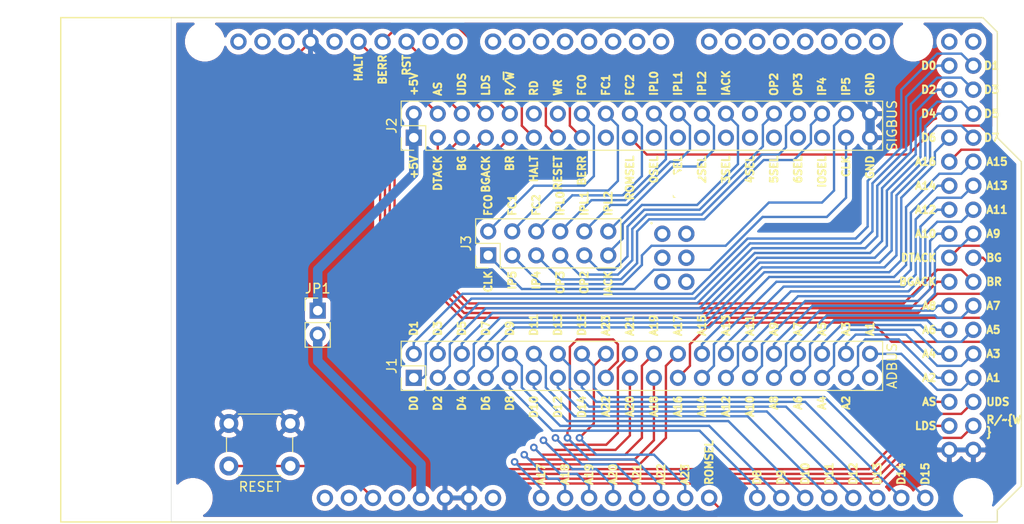
<source format=kicad_pcb>
(kicad_pcb (version 20211014) (generator pcbnew)
  (title_block (title "68k-SBC Supervisor Shield") (rev "2"))
  (layers (0 "F.Cu" signal) (31 "B.Cu" signal) (34 "B.Paste" user) (35 "F.Paste" user) (36 "B.SilkS" user "B.Silkscreen") (37 "F.SilkS" user "F.Silkscreen") (38 "B.Mask" user) (39 "F.Mask" user) (44 "Edge.Cuts" user))
  (net 0 "")
  (net 1 "/A12")
  (net 2 "Net-(J1-Pad39)")
  (net 3 "/A13")
  (net 4 "/A1")
  (net 5 "/A14")
  (net 6 "/A2")
  (net 7 "/A15")
  (net 8 "/A3")
  (net 9 "/A16")
  (net 10 "/A4")
  (net 11 "/A17")
  (net 12 "/A5")
  (net 13 "/A18")
  (net 14 "/A6")
  (net 15 "/A19")
  (net 16 "/A7")
  (net 17 "/A20")
  (net 18 "/A8")
  (net 19 "/A21")
  (net 20 "/A9")
  (net 21 "/A22")
  (net 22 "/A10")
  (net 23 "/A23")
  (net 24 "/A11")
  (net 25 "/D15")
  (net 26 "/D7")
  (net 27 "/D14")
  (net 28 "/D6")
  (net 29 "/D13")
  (net 30 "/D5")
  (net 31 "/D12")
  (net 32 "/D4")
  (net 33 "/D11")
  (net 34 "/D3")
  (net 35 "/D10")
  (net 36 "/D2")
  (net 37 "/D9")
  (net 38 "/D1")
  (net 39 "/D8")
  (net 40 "/D0")
  (net 41 "GND")
  (net 42 "CLK")
  (net 43 "IOSEL")
  (net 44 "OP3")
  (net 45 "6SEL")
  (net 46 "OP2")
  (net 47 "5SEL")
  (net 48 "4SEL")
  (net 49 "3SEL")
  (net 50 "IPL2")
  (net 51 "2SEL")
  (net 52 "IPL1")
  (net 53 "RAMSEL")
  (net 54 "IPL0")
  (net 55 "0SEL")
  (net 56 "FC2")
  (net 57 "ROMSEL")
  (net 58 "FC1")
  (net 59 "Net-(J2-Pad17)")
  (net 60 "FC0")
  (net 61 "BERR")
  (net 62 "WR")
  (net 63 "RESET")
  (net 64 "RD")
  (net 65 "HALT")
  (net 66 "R~{W}")
  (net 67 "BR")
  (net 68 "LDS")
  (net 69 "BGACK")
  (net 70 "UDS")
  (net 71 "BG")
  (net 72 "AS")
  (net 73 "DTACK")
  (net 74 "+5V")
  (net 75 "Net-(XA1-PadMISO)")
  (net 76 "Net-(XA1-Pad5V4)")
  (net 77 "Net-(XA1-Pad5V3)")
  (net 78 "Net-(XA1-PadD13)")
  (net 79 "Net-(XA1-PadAREF)")
  (net 80 "Net-(XA1-PadSDA)")
  (net 81 "Net-(XA1-PadSCL)")
  (net 82 "Net-(XA1-PadD9)")
  (net 83 "Net-(XA1-PadD8)")
  (net 84 "Net-(XA1-PadD7)")
  (net 85 "Net-(XA1-PadD5)")
  (net 86 "Net-(XA1-PadD4)")
  (net 87 "Net-(XA1-PadD3)")
  (net 88 "Net-(XA1-PadD2)")
  (net 89 "Net-(XA1-PadD1)")
  (net 90 "Net-(XA1-PadD0)")
  (net 91 "Net-(XA1-PadD14)")
  (net 92 "Net-(XA1-PadD15)")
  (net 93 "Net-(XA1-PadD16)")
  (net 94 "Net-(XA1-PadD17)")
  (net 95 "Net-(XA1-PadD18)")
  (net 96 "Net-(XA1-PadD19)")
  (net 97 "Net-(XA1-PadD20)")
  (net 98 "Net-(XA1-PadD21)")
  (net 99 "Net-(XA1-PadIORF)")
  (net 100 "Net-(XA1-Pad3V3)")
  (net 101 "Net-(XA1-PadVIN)")
  (net 102 "Net-(XA1-Pad5V2)")
  (net 103 "Net-(XA1-PadSCK)")
  (net 104 "Net-(XA1-PadMOSI)")
  (net 105 "Net-(XA1-PadGND4)")
  (net 106 "Net-(XA1-PadRST2)")
  (net 107 "Net-(J2-Pad1)")
  (net 108 "Net-(XA1-PadD6)")
  (net 109 "Net-(J2-Pad30)")
  (net 110 "IACK")
  (net 111 "Net-(SW1-Pad2)")
  (net 112 "IP5")
  (net 113 "IP4")
  (footprint "Connector_PinHeader_2.54mm:PinHeader_2x20_P2.54mm_Vertical" (layer "F.Cu") (at 100.838 96.52 90)
    (fp_text reference "J1")
    (fp_text value "ADBUS")
  )
  (footprint "Connector_PinHeader_2.54mm:PinHeader_2x20_P2.54mm_Vertical" (layer "F.Cu") (at 100.838 71.12 90)
    (fp_text reference "J2")
    (fp_text value "SIGBUS")
  )
  (footprint "ArduinoShields:Arduino_Mega2560_Shield" (layer "F.Cu") (at 63.5 111.76)
    (fp_text reference "XA1")
    (fp_text value "Arduino_Mega2560_Shield")
  )
  (footprint "Connector_PinHeader_2.54mm:PinHeader_1x02_P2.54mm_Vertical" (layer "F.Cu") (at 90.678 89.408)
    (fp_text reference "JP1")
    (fp_text value "Jumper")
  )
  (footprint "Button_Switch_THT:SW_PUSH_6mm" (layer "F.Cu") (at 81.28 101.346)
    (fp_text reference "SW1")
    (fp_text value "RESET")
  )
  (footprint "Connector_PinHeader_2.54mm:PinHeader_2x06_P2.54mm_Vertical" (layer "F.Cu") (at 108.712 83.566 90)
    (fp_text reference "J3")
    (fp_text value "UNMAPPED")
  )
  (gr_line (start 75.184 58.42) (end 161.036 58.42) (layer "Edge.Cuts") (width 0.05))
  (gr_line (start 165.1 107.95) (end 162.56 110.49) (layer "Edge.Cuts") (width 0.05))
  (gr_line (start 162.56 71.12) (end 165.1 73.66) (layer "Edge.Cuts") (width 0.05))
  (gr_line (start 162.56 110.49) (end 162.56 111.76) (layer "Edge.Cuts") (width 0.05))
  (gr_line (start 161.036 58.42) (end 162.56 59.944) (layer "Edge.Cuts") (width 0.05))
  (gr_line (start 165.1 73.66) (end 165.1 107.95) (layer "Edge.Cuts") (width 0.05))
  (gr_line (start 162.56 111.76) (end 75.184 111.76) (layer "Edge.Cuts") (width 0.05))
  (gr_line (start 162.56 59.944) (end 162.56 71.12) (layer "Edge.Cuts") (width 0.05))
  (gr_line (start 75.184 111.76) (end 75.184 58.42) (layer "Edge.Cuts") (width 0.05))
  (gr_text "UDS\n" (at 105.918 66.802 90) (layer "F.SilkS") (effects (font (size 0.8 0.8) (thickness 0.2)) (justify left)))
  (gr_text "LDS" (at 108.458 66.802 90) (layer "F.SilkS") (effects (font (size 0.8 0.8) (thickness 0.2)) (justify left)))
  (gr_text "R/~{W}" (at 110.998 66.802 90) (layer "F.SilkS") (effects (font (size 0.8 0.8) (thickness 0.2)) (justify left)))
  (gr_text "RD" (at 113.538 66.802 90) (layer "F.SilkS") (effects (font (size 0.8 0.8) (thickness 0.2)) (justify left)))
  (gr_text "+5V" (at 100.838 66.802 90) (layer "F.SilkS") (effects (font (size 0.8 0.8) (thickness 0.2)) (justify left)))
  (gr_text "+5V" (at 100.838 72.898 90) (layer "F.SilkS") (effects (font (size 0.8 0.8) (thickness 0.2)) (justify right)))
  (gr_text "DTACK\n" (at 103.378 72.898 90) (layer "F.SilkS") (effects (font (size 0.8 0.8) (thickness 0.2)) (justify right)))
  (gr_text "BG" (at 105.918 72.898 90) (layer "F.SilkS") (effects (font (size 0.8 0.8) (thickness 0.2)) (justify right)))
  (gr_text "BGACK" (at 108.458 72.898 90) (layer "F.SilkS") (effects (font (size 0.8 0.8) (thickness 0.2)) (justify right)))
  (gr_text "BR" (at 110.998 72.898 90) (layer "F.SilkS") (effects (font (size 0.8 0.8) (thickness 0.2)) (justify right)))
  (gr_text "HALT" (at 113.538 72.898 90) (layer "F.SilkS") (effects (font (size 0.8 0.8) (thickness 0.2)) (justify right)))
  (gr_text "RESET" (at 116.078 72.898 90) (layer "F.SilkS") (effects (font (size 0.8 0.8) (thickness 0.2)) (justify right)))
  (gr_text "BERR" (at 118.618 72.898 90) (layer "F.SilkS") (effects (font (size 0.8 0.8) (thickness 0.2)) (justify right)))
  (gr_text "ROMSEL" (at 123.698 72.898 90) (layer "F.SilkS") (effects (font (size 0.8 0.8) (thickness 0.2)) (justify right)))
  (gr_text "0SEL" (at 126.238 72.898 90) (layer "F.SilkS") (effects (font (size 0.8 0.8) (thickness 0.2)) (justify right)))
  (gr_text "RAMSEL" (at 128.778 72.898 90) (layer "F.SilkS") (effects (font (size 0.8 0.8) (thickness 0.2)) (justify right)))
  (gr_text "2SEL" (at 131.318 72.898 90) (layer "F.SilkS") (effects (font (size 0.8 0.8) (thickness 0.2)) (justify right)))
  (gr_text "3SEL" (at 133.858 72.898 90) (layer "F.SilkS") (effects (font (size 0.8 0.8) (thickness 0.2)) (justify right)))
  (gr_text "4SEL" (at 136.398 72.898 90) (layer "F.SilkS") (effects (font (size 0.8 0.8) (thickness 0.2)) (justify right)))
  (gr_text "5SEL" (at 138.938 72.898 90) (layer "F.SilkS") (effects (font (size 0.8 0.8) (thickness 0.2)) (justify right)))
  (gr_text "6SEL" (at 141.478 72.898 90) (layer "F.SilkS") (effects (font (size 0.8 0.8) (thickness 0.2)) (justify right)))
  (gr_text "IOSEL" (at 144.018 72.898 90) (layer "F.SilkS") (effects (font (size 0.8 0.8) (thickness 0.2)) (justify right)))
  (gr_text "CLK" (at 146.558 72.898 90) (layer "F.SilkS") (effects (font (size 0.8 0.8) (thickness 0.2)) (justify right)))
  (gr_text "GND" (at 149.098 72.898 90) (layer "F.SilkS") (effects (font (size 0.8 0.8) (thickness 0.2)) (justify right)))
  (gr_text "WR" (at 116.078 66.802 90) (layer "F.SilkS") (effects (font (size 0.8 0.8) (thickness 0.2)) (justify left)))
  (gr_text "FC0" (at 118.618 66.802 90) (layer "F.SilkS") (effects (font (size 0.8 0.8) (thickness 0.2)) (justify left)))
  (gr_text "FC1" (at 121.158 66.802 90) (layer "F.SilkS") (effects (font (size 0.8 0.8) (thickness 0.2)) (justify left)))
  (gr_text "FC2" (at 123.698 66.802 90) (layer "F.SilkS") (effects (font (size 0.8 0.8) (thickness 0.2)) (justify left)))
  (gr_text "IPL0" (at 126.238 66.802 90) (layer "F.SilkS") (effects (font (size 0.8 0.8) (thickness 0.2)) (justify left)))
  (gr_text "IPL1" (at 128.778 66.802 90) (layer "F.SilkS") (effects (font (size 0.8 0.8) (thickness 0.2)) (justify left)))
  (gr_text "IPL2" (at 131.318 66.802 90) (layer "F.SilkS") (effects (font (size 0.8 0.8) (thickness 0.2)) (justify left)))
  (gr_text "IACK" (at 133.858 66.802 90) (layer "F.SilkS") (effects (font (size 0.8 0.8) (thickness 0.2)) (justify left)))
  (gr_text "OP2" (at 138.938 66.802 90) (layer "F.SilkS") (effects (font (size 0.8 0.8) (thickness 0.2)) (justify left)))
  (gr_text "OP3" (at 141.478 66.802 90) (layer "F.SilkS") (effects (font (size 0.8 0.8) (thickness 0.2)) (justify left)))
  (gr_text "IP4" (at 144.018 66.802 90) (layer "F.SilkS") (effects (font (size 0.8 0.8) (thickness 0.2)) (justify left)))
  (gr_text "IP5" (at 146.558 66.802 90) (layer "F.SilkS") (effects (font (size 0.8 0.8) (thickness 0.2)) (justify left)))
  (gr_text "GND" (at 149.098 66.802 90) (layer "F.SilkS") (effects (font (size 0.8 0.8) (thickness 0.2)) (justify left)))
  (gr_text "D1" (at 100.838 92.202 90) (layer "F.SilkS") (effects (font (size 0.8 0.8) (thickness 0.2)) (justify left)))
  (gr_text "D0" (at 100.838 98.298 90) (layer "F.SilkS") (effects (font (size 0.8 0.8) (thickness 0.2)) (justify right)))
  (gr_text "D2" (at 103.378 98.298 90) (layer "F.SilkS") (effects (font (size 0.8 0.8) (thickness 0.2)) (justify right)))
  (gr_text "D3" (at 103.378 92.202 90) (layer "F.SilkS") (effects (font (size 0.8 0.8) (thickness 0.2)) (justify left)))
  (gr_text "D4" (at 105.918 98.298 90) (layer "F.SilkS") (effects (font (size 0.8 0.8) (thickness 0.2)) (justify right)))
  (gr_text "D5" (at 105.918 92.202 90) (layer "F.SilkS") (effects (font (size 0.8 0.8) (thickness 0.2)) (justify left)))
  (gr_text "D6" (at 108.458 98.298 90) (layer "F.SilkS") (effects (font (size 0.8 0.8) (thickness 0.2)) (justify right)))
  (gr_text "D7" (at 108.458 92.202 90) (layer "F.SilkS") (effects (font (size 0.8 0.8) (thickness 0.2)) (justify left)))
  (gr_text "D9" (at 110.998 92.202 90) (layer "F.SilkS") (effects (font (size 0.8 0.8) (thickness 0.2)) (justify left)))
  (gr_text "D8" (at 110.998 98.298 90) (layer "F.SilkS") (effects (font (size 0.8 0.8) (thickness 0.2)) (justify right)))
  (gr_text "D10" (at 113.538 98.298 90) (layer "F.SilkS") (effects (font (size 0.8 0.8) (thickness 0.2)) (justify right)))
  (gr_text "D11" (at 113.538 92.202 90) (layer "F.SilkS") (effects (font (size 0.8 0.8) (thickness 0.2)) (justify left)))
  (gr_text "D13" (at 116.078 92.202 90) (layer "F.SilkS") (effects (font (size 0.8 0.8) (thickness 0.2)) (justify left)))
  (gr_text "D12" (at 116.078 98.298 90) (layer "F.SilkS") (effects (font (size 0.8 0.8) (thickness 0.2)) (justify right)))
  (gr_text "D14" (at 118.618 98.298 90) (layer "F.SilkS") (effects (font (size 0.8 0.8) (thickness 0.2)) (justify right)))
  (gr_text "D15" (at 118.618 92.202 90) (layer "F.SilkS") (effects (font (size 0.8 0.8) (thickness 0.2)) (justify left)))
  (gr_text "A22" (at 121.158 98.298 90) (layer "F.SilkS") (effects (font (size 0.8 0.8) (thickness 0.2)) (justify right)))
  (gr_text "A23" (at 121.158 92.202 90) (layer "F.SilkS") (effects (font (size 0.8 0.8) (thickness 0.2)) (justify left)))
  (gr_text "A21" (at 123.698 92.202 90) (layer "F.SilkS") (effects (font (size 0.8 0.8) (thickness 0.2)) (justify left)))
  (gr_text "A20" (at 123.698 98.298 90) (layer "F.SilkS") (effects (font (size 0.8 0.8) (thickness 0.2)) (justify right)))
  (gr_text "A18" (at 126.238 98.298 90) (layer "F.SilkS") (effects (font (size 0.8 0.8) (thickness 0.2)) (justify right)))
  (gr_text "A19" (at 126.238 92.202 90) (layer "F.SilkS") (effects (font (size 0.8 0.8) (thickness 0.2)) (justify left)))
  (gr_text "A17\n" (at 128.778 92.202 90) (layer "F.SilkS") (effects (font (size 0.8 0.8) (thickness 0.2)) (justify left)))
  (gr_text "A16" (at 128.778 98.298 90) (layer "F.SilkS") (effects (font (size 0.8 0.8) (thickness 0.2)) (justify right)))
  (gr_text "A15" (at 131.318 92.202 90) (layer "F.SilkS") (effects (font (size 0.8 0.8) (thickness 0.2)) (justify left)))
  (gr_text "A14" (at 131.318 98.298 90) (layer "F.SilkS") (effects (font (size 0.8 0.8) (thickness 0.2)) (justify right)))
  (gr_text "A13" (at 133.858 92.202 90) (layer "F.SilkS") (effects (font (size 0.8 0.8) (thickness 0.2)) (justify left)))
  (gr_text "A12" (at 133.858 98.298 90) (layer "F.SilkS") (effects (font (size 0.8 0.8) (thickness 0.2)) (justify right)))
  (gr_text "A10" (at 136.398 98.298 90) (layer "F.SilkS") (effects (font (size 0.8 0.8) (thickness 0.2)) (justify right)))
  (gr_text "A11" (at 136.398 92.202 90) (layer "F.SilkS") (effects (font (size 0.8 0.8) (thickness 0.2)) (justify left)))
  (gr_text "A9" (at 138.938 92.202 90) (layer "F.SilkS") (effects (font (size 0.8 0.8) (thickness 0.2)) (justify left)))
  (gr_text "A8" (at 138.938 98.298 90) (layer "F.SilkS") (effects (font (size 0.8 0.8) (thickness 0.2)) (justify right)))
  (gr_text "A7" (at 141.478 92.202 90) (layer "F.SilkS") (effects (font (size 0.8 0.8) (thickness 0.2)) (justify left)))
  (gr_text "A6" (at 141.478 98.298 90) (layer "F.SilkS") (effects (font (size 0.8 0.8) (thickness 0.2)) (justify right)))
  (gr_text "A4" (at 144.018 98.298 90) (layer "F.SilkS") (effects (font (size 0.8 0.8) (thickness 0.2)) (justify right)))
  (gr_text "A5" (at 144.018 92.202 90) (layer "F.SilkS") (effects (font (size 0.8 0.8) (thickness 0.2)) (justify left)))
  (gr_text "A2" (at 146.558 98.298 90) (layer "F.SilkS") (effects (font (size 0.8 0.8) (thickness 0.2)) (justify right)))
  (gr_text "A3" (at 146.558 92.202 90) (layer "F.SilkS") (effects (font (size 0.8 0.8) (thickness 0.2)) (justify left)))
  (gr_text "A1" (at 149.098 92.202 90) (layer "F.SilkS") (effects (font (size 0.8 0.8) (thickness 0.2)) (justify left)))
  (gr_text "A17" (at 114.3 107.95 90) (layer "F.SilkS") (effects (font (size 0.8 0.8) (thickness 0.2)) (justify left)))
  (gr_text "A18" (at 116.84 107.95 90) (layer "F.SilkS") (effects (font (size 0.8 0.8) (thickness 0.2)) (justify left)))
  (gr_text "A19" (at 119.38 107.95 90) (layer "F.SilkS") (effects (font (size 0.8 0.8) (thickness 0.2)) (justify left)))
  (gr_text "A20" (at 121.92 107.95 90) (layer "F.SilkS") (effects (font (size 0.8 0.8) (thickness 0.2)) (justify left)))
  (gr_text "A21\n" (at 124.46 107.95 90) (layer "F.SilkS") (effects (font (size 0.8 0.8) (thickness 0.2)) (justify left)))
  (gr_text "A22" (at 127 107.95 90) (layer "F.SilkS") (effects (font (size 0.8 0.8) (thickness 0.2)) (justify left)))
  (gr_text "A23" (at 129.54 107.95 90) (layer "F.SilkS") (effects (font (size 0.8 0.8) (thickness 0.2)) (justify left)))
  (gr_text "ROMSEL\n" (at 132.08 107.95 90) (layer "F.SilkS") (effects (font (size 0.8 0.8) (thickness 0.2)) (justify left)))
  (gr_text "D8" (at 137.16 107.95 90) (layer "F.SilkS") (effects (font (size 0.8 0.8) (thickness 0.2)) (justify left)))
  (gr_text "D9" (at 139.7 107.95 90) (layer "F.SilkS") (effects (font (size 0.8 0.8) (thickness 0.2)) (justify left)))
  (gr_text "D10" (at 142.24 107.95 90) (layer "F.SilkS") (effects (font (size 0.8 0.8) (thickness 0.2)) (justify left)))
  (gr_text "D11" (at 144.78 107.95 90) (layer "F.SilkS") (effects (font (size 0.8 0.8) (thickness 0.2)) (justify left)))
  (gr_text "D12" (at 147.32 107.95 90) (layer "F.SilkS") (effects (font (size 0.8 0.8) (thickness 0.2)) (justify left)))
  (gr_text "D13" (at 149.86 107.95 90) (layer "F.SilkS") (effects (font (size 0.8 0.8) (thickness 0.2)) (justify left)))
  (gr_text "D14" (at 152.4 107.95 90) (layer "F.SilkS") (effects (font (size 0.8 0.8) (thickness 0.2)) (justify left)))
  (gr_text "D15" (at 154.94 107.95 90) (layer "F.SilkS") (effects (font (size 0.8 0.8) (thickness 0.2)) (justify left)))
  (gr_text "HALT" (at 94.996 62.23 90) (layer "F.SilkS") (effects (font (size 0.8 0.8) (thickness 0.2)) (justify right)))
  (gr_text "BERR" (at 97.536 62.23 90) (layer "F.SilkS") (effects (font (size 0.8 0.8) (thickness 0.2)) (justify right)))
  (gr_text "RST" (at 100.076 62.23 90) (layer "F.SilkS") (effects (font (size 0.8 0.8) (thickness 0.2)) (justify right)))
  (gr_text "D1" (at 161.036 63.5) (layer "F.SilkS") (effects (font (size 0.8 0.8) (thickness 0.2)) (justify left)))
  (gr_text "D3" (at 161.036 66.04) (layer "F.SilkS") (effects (font (size 0.8 0.8) (thickness 0.2)) (justify left)))
  (gr_text "D5" (at 161.036 68.58) (layer "F.SilkS") (effects (font (size 0.8 0.8) (thickness 0.2)) (justify left)))
  (gr_text "D7" (at 161.036 71.12) (layer "F.SilkS") (effects (font (size 0.8 0.8) (thickness 0.2)) (justify left)))
  (gr_text "D0" (at 156.21 63.5) (layer "F.SilkS") (effects (font (size 0.8 0.8) (thickness 0.2)) (justify right)))
  (gr_text "A15" (at 161.29 73.66) (layer "F.SilkS") (effects (font (size 0.8 0.8) (thickness 0.2)) (justify left)))
  (gr_text "D2" (at 156.21 66.04) (layer "F.SilkS") (effects (font (size 0.8 0.8) (thickness 0.2)) (justify right)))
  (gr_text "D4" (at 156.21 68.58) (layer "F.SilkS") (effects (font (size 0.8 0.8) (thickness 0.2)) (justify right)))
  (gr_text "D6" (at 156.21 71.12) (layer "F.SilkS") (effects (font (size 0.8 0.8) (thickness 0.2)) (justify right)))
  (gr_text "A16" (at 156.21 73.66) (layer "F.SilkS") (effects (font (size 0.8 0.8) (thickness 0.2)) (justify right)))
  (gr_text "A14" (at 156.21 76.2) (layer "F.SilkS") (effects (font (size 0.8 0.8) (thickness 0.2)) (justify right)))
  (gr_text "A12" (at 156.21 78.74) (layer "F.SilkS") (effects (font (size 0.8 0.8) (thickness 0.2)) (justify right)))
  (gr_text "A10" (at 156.21 81.28) (layer "F.SilkS") (effects (font (size 0.8 0.8) (thickness 0.2)) (justify right)))
  (gr_text "DTACK" (at 156.21 83.82) (layer "F.SilkS") (effects (font (size 0.8 0.8) (thickness 0.2)) (justify right)))
  (gr_text "BGACK" (at 156.21 86.36) (layer "F.SilkS") (effects (font (size 0.8 0.8) (thickness 0.2)) (justify right)))
  (gr_text "A8" (at 156.21 88.9) (layer "F.SilkS") (effects (font (size 0.8 0.8) (thickness 0.2)) (justify right)))
  (gr_text "A6" (at 156.21 91.44) (layer "F.SilkS") (effects (font (size 0.8 0.8) (thickness 0.2)) (justify right)))
  (gr_text "A4" (at 156.21 93.98) (layer "F.SilkS") (effects (font (size 0.8 0.8) (thickness 0.2)) (justify right)))
  (gr_text "A2" (at 156.21 96.52) (layer "F.SilkS") (effects (font (size 0.8 0.8) (thickness 0.2)) (justify right)))
  (gr_text "AS" (at 156.21 99.06) (layer "F.SilkS") (effects (font (size 0.8 0.8) (thickness 0.2)) (justify right)))
  (gr_text "LDS" (at 156.21 101.6) (layer "F.SilkS") (effects (font (size 0.8 0.8) (thickness 0.2)) (justify right)))
  (gr_text "FC0" (at 108.712 79.502 90) (layer "F.SilkS") (effects (font (size 0.8 0.8) (thickness 0.2)) (justify left)))
  (gr_text "FC1" (at 111.252 79.502 90) (layer "F.SilkS") (effects (font (size 0.8 0.8) (thickness 0.2)) (justify left)))
  (gr_text "FC2" (at 113.792 79.502 90) (layer "F.SilkS") (effects (font (size 0.8 0.8) (thickness 0.2)) (justify left)))
  (gr_text "IPL0" (at 116.332 79.502 90) (layer "F.SilkS") (effects (font (size 0.8 0.8) (thickness 0.2)) (justify left)))
  (gr_text "IPL1" (at 118.872 79.502 90) (layer "F.SilkS") (effects (font (size 0.8 0.8) (thickness 0.2)) (justify left)))
  (gr_text "IPL2\n" (at 121.412 79.502 90) (layer "F.SilkS") (effects (font (size 0.8 0.8) (thickness 0.2)) (justify left)))
  (gr_text "IP5" (at 111.252 85.09 90) (layer "F.SilkS") (effects (font (size 0.8 0.8) (thickness 0.2)) (justify right)))
  (gr_text "CLK" (at 108.712 85.09 90) (layer "F.SilkS") (effects (font (size 0.8 0.8) (thickness 0.2)) (justify right)))
  (gr_text "IP4" (at 113.792 85.09 90) (layer "F.SilkS") (effects (font (size 0.8 0.8) (thickness 0.2)) (justify right)))
  (gr_text "OP3" (at 116.332 85.09 90) (layer "F.SilkS") (effects (font (size 0.8 0.8) (thickness 0.2)) (justify right)))
  (gr_text "OP2\n" (at 118.872 85.09 90) (layer "F.SilkS") (effects (font (size 0.8 0.8) (thickness 0.2)) (justify right)))
  (gr_text "IACK" (at 121.412 85.09 90) (layer "F.SilkS") (effects (font (size 0.8 0.8) (thickness 0.2)) (justify right)))
  (gr_text "A13" (at 161.29 76.2) (layer "F.SilkS") (effects (font (size 0.8 0.8) (thickness 0.2)) (justify left)))
  (gr_text "A11" (at 161.29 78.74) (layer "F.SilkS") (effects (font (size 0.8 0.8) (thickness 0.2)) (justify left)))
  (gr_text "A9" (at 161.29 81.28) (layer "F.SilkS") (effects (font (size 0.8 0.8) (thickness 0.2)) (justify left)))
  (gr_text "BG" (at 161.29 83.82) (layer "F.SilkS") (effects (font (size 0.8 0.8) (thickness 0.2)) (justify left)))
  (gr_text "BR" (at 161.29 86.36) (layer "F.SilkS") (effects (font (size 0.8 0.8) (thickness 0.2)) (justify left)))
  (gr_text "A7" (at 161.29 88.9) (layer "F.SilkS") (effects (font (size 0.8 0.8) (thickness 0.2)) (justify left)))
  (gr_text "A5" (at 161.29 91.44) (layer "F.SilkS") (effects (font (size 0.8 0.8) (thickness 0.2)) (justify left)))
  (gr_text "A3" (at 161.29 93.98) (layer "F.SilkS") (effects (font (size 0.8 0.8) (thickness 0.2)) (justify left)))
  (gr_text "A1" (at 161.29 96.52) (layer "F.SilkS") (effects (font (size 0.8 0.8) (thickness 0.2)) (justify left)))
  (gr_text "UDS" (at 161.29 99.06) (layer "F.SilkS") (effects (font (size 0.8 0.8) (thickness 0.2)) (justify left)))
  (gr_text "R/~{W\n}" (at 161.29 101.6) (layer "F.SilkS") (effects (font (size 0.8 0.8) (thickness 0.2)) (justify left)))
  (gr_text "AS" (at 103.378 66.802 90) (layer "F.SilkS") (effects (font (size 0.8 0.8) (thickness 0.2)) (justify left)))
  (segment (start 154.432 86.106) (end 154.432 80.518) (width 0.25) (layer "B.Cu") (net 1))
  (segment (start 133.858 96.52) (end 135.128 95.25) (width 0.25) (layer "B.Cu") (net 1))
  (segment (start 135.128 92.964) (end 140.716 87.376) (width 0.25) (layer "B.Cu") (net 1))
  (segment (start 135.128 95.25) (end 135.128 92.964) (width 0.25) (layer "B.Cu") (net 1))
  (segment (start 156.21 78.74) (end 157.48 78.74) (width 0.25) (layer "B.Cu") (net 1))
  (segment (start 140.716 87.376) (end 153.162 87.376) (width 0.25) (layer "B.Cu") (net 1))
  (segment (start 154.432 80.518) (end 156.21 78.74) (width 0.25) (layer "B.Cu") (net 1))
  (segment (start 153.162 87.376) (end 154.432 86.106) (width 0.25) (layer "B.Cu") (net 1))
  (segment (start 139.954 86.868) (end 152.654 86.868) (width 0.25) (layer "B.Cu") (net 3))
  (segment (start 133.858 92.964) (end 139.954 86.868) (width 0.25) (layer "B.Cu") (net 3))
  (segment (start 156.21 77.47) (end 158.75 77.47) (width 0.25) (layer "B.Cu") (net 3))
  (segment (start 133.858 93.98) (end 133.858 92.964) (width 0.25) (layer "B.Cu") (net 3))
  (segment (start 159.156401 77.063599) (end 160.02 76.2) (width 0.25) (layer "B.Cu") (net 3))
  (segment (start 158.75 77.47) (end 159.156401 77.063599) (width 0.25) (layer "B.Cu") (net 3))
  (segment (start 153.924 79.756) (end 156.21 77.47) (width 0.25) (layer "B.Cu") (net 3))
  (segment (start 153.924 85.598) (end 153.924 79.756) (width 0.25) (layer "B.Cu") (net 3))
  (segment (start 152.654 86.868) (end 153.924 85.598) (width 0.25) (layer "B.Cu") (net 3))
  (segment (start 156.21 97.79) (end 158.75 97.79) (width 0.25) (layer "B.Cu") (net 4))
  (segment (start 152.4 93.98) (end 156.21 97.79) (width 0.25) (layer "B.Cu") (net 4))
  (segment (start 149.098 93.98) (end 152.4 93.98) (width 0.25) (layer "B.Cu") (net 4))
  (segment (start 158.75 97.79) (end 160.02 96.52) (width 0.25) (layer "B.Cu") (net 4))
  (segment (start 131.318 96.52) (end 132.588 95.25) (width 0.25) (layer "B.Cu") (net 5))
  (segment (start 132.588 95.25) (end 132.588 92.964) (width 0.25) (layer "B.Cu") (net 5))
  (segment (start 139.192 86.36) (end 152.146 86.36) (width 0.25) (layer "B.Cu") (net 5))
  (segment (start 153.416 79.042686) (end 156.258686 76.2) (width 0.25) (layer "B.Cu") (net 5))
  (segment (start 153.416 85.09) (end 153.416 79.042686) (width 0.25) (layer "B.Cu") (net 5))
  (segment (start 156.258686 76.2) (end 157.48 76.2) (width 0.25) (layer "B.Cu") (net 5))
  (segment (start 152.146 86.36) (end 153.416 85.09) (width 0.25) (layer "B.Cu") (net 5))
  (segment (start 132.588 92.964) (end 139.192 86.36) (width 0.25) (layer "B.Cu") (net 5))
  (segment (start 148.59 92.456) (end 152.146 92.456) (width 0.25) (layer "B.Cu") (net 6))
  (segment (start 156.21 96.52) (end 157.48 96.52) (width 0.25) (layer "B.Cu") (net 6))
  (segment (start 146.558 96.52) (end 147.828 95.25) (width 0.25) (layer "B.Cu") (net 6))
  (segment (start 147.828 93.218) (end 148.59 92.456) (width 0.25) (layer "B.Cu") (net 6))
  (segment (start 147.828 95.25) (end 147.828 93.218) (width 0.25) (layer "B.Cu") (net 6))
  (segment (start 152.146 92.456) (end 156.21 96.52) (width 0.25) (layer "B.Cu") (net 6))
  (segment (start 131.318 93.98) (end 131.318 92.964) (width 0.25) (layer "B.Cu") (net 7))
  (segment (start 152.908 78.45425) (end 156.43225 74.93) (width 0.25) (layer "B.Cu") (net 7))
  (segment (start 151.638 85.852) (end 152.908 84.582) (width 0.25) (layer "B.Cu") (net 7))
  (segment (start 159.156401 74.523599) (end 160.02 73.66) (width 0.25) (layer "B.Cu") (net 7))
  (segment (start 158.75 74.93) (end 159.156401 74.523599) (width 0.25) (layer "B.Cu") (net 7))
  (segment (start 156.43225 74.93) (end 158.75 74.93) (width 0.25) (layer "B.Cu") (net 7))
  (segment (start 152.908 84.582) (end 152.908 78.45425) (width 0.25) (layer "B.Cu") (net 7))
  (segment (start 138.43 85.852) (end 151.638 85.852) (width 0.25) (layer "B.Cu") (net 7))
  (segment (start 131.318 92.964) (end 138.43 85.852) (width 0.25) (layer "B.Cu") (net 7))
  (segment (start 156.21 95.25) (end 158.75 95.25) (width 0.25) (layer "B.Cu") (net 8))
  (segment (start 152.908 91.948) (end 156.21 95.25) (width 0.25) (layer "B.Cu") (net 8))
  (segment (start 147.574 91.948) (end 152.908 91.948) (width 0.25) (layer "B.Cu") (net 8))
  (segment (start 146.558 93.98) (end 146.558 92.964) (width 0.25) (layer "B.Cu") (net 8))
  (segment (start 146.558 92.964) (end 147.574 91.948) (width 0.25) (layer "B.Cu") (net 8))
  (segment (start 159.156401 94.843599) (end 160.02 93.98) (width 0.25) (layer "B.Cu") (net 8))
  (segment (start 158.75 95.25) (end 159.156401 94.843599) (width 0.25) (layer "B.Cu") (net 8))
  (segment (start 151.384 92.71) (end 161.29 92.71) (width 0.25) (layer "F.Cu") (net 9))
  (segment (start 130.048 92.964) (end 132.334 90.678) (width 0.25) (layer "F.Cu") (net 9))
  (segment (start 163.322 74.676) (end 161.036 72.39) (width 0.25) (layer "F.Cu") (net 9))
  (segment (start 130.048 95.25) (end 130.048 92.964) (width 0.25) (layer "F.Cu") (net 9))
  (segment (start 161.036 72.39) (end 158.75 72.39) (width 0.25) (layer "F.Cu") (net 9))
  (segment (start 158.75 72.39) (end 157.48 73.66) (width 0.25) (layer "F.Cu") (net 9))
  (segment (start 163.322 90.678) (end 163.322 74.676) (width 0.25) (layer "F.Cu") (net 9))
  (segment (start 128.778 96.52) (end 130.048 95.25) (width 0.25) (layer "F.Cu") (net 9))
  (segment (start 161.29 92.71) (end 163.322 90.678) (width 0.25) (layer "F.Cu") (net 9))
  (segment (start 149.352 90.678) (end 151.384 92.71) (width 0.25) (layer "F.Cu") (net 9))
  (segment (start 132.334 90.678) (end 149.352 90.678) (width 0.25) (layer "F.Cu") (net 9))
  (segment (start 146.812 91.44) (end 153.718686 91.44) (width 0.25) (layer "B.Cu") (net 10))
  (segment (start 153.718686 91.44) (end 156.258686 93.98) (width 0.25) (layer "B.Cu") (net 10))
  (segment (start 144.018 96.52) (end 145.288 95.25) (width 0.25) (layer "B.Cu") (net 10))
  (segment (start 145.288 92.964) (end 146.812 91.44) (width 0.25) (layer "B.Cu") (net 10))
  (segment (start 145.288 95.25) (end 145.288 92.964) (width 0.25) (layer "B.Cu") (net 10))
  (segment (start 156.258686 93.98) (end 157.48 93.98) (width 0.25) (layer "B.Cu") (net 10))
  (segment (start 127.508 95.25) (end 128.778 93.98) (width 0.25) (layer "F.Cu") (net 11))
  (segment (start 124.714 105.664) (end 127.508 102.87) (width 0.25) (layer "F.Cu") (net 11))
  (segment (start 111.76 105.664) (end 124.714 105.664) (width 0.25) (layer "F.Cu") (net 11))
  (segment (start 127.508 102.87) (end 127.508 95.25) (width 0.25) (layer "F.Cu") (net 11))
  (segment (start 111.506 105.41) (end 111.76 105.664) (width 0.25) (layer "F.Cu") (net 11))
  (via (at 111.506 105.41) (size 0.8) (drill 0.4) (layers "F.Cu" "B.Cu") (net 11))
  (segment (start 111.506 105.41) (end 111.506 105.41) (width 0.25) (layer "B.Cu") (net 11))
  (segment (start 114.3 108.204) (end 111.506 105.41) (width 0.25) (layer "B.Cu") (net 11))
  (segment (start 114.3 109.22) (end 114.3 108.204) (width 0.25) (layer "B.Cu") (net 11))
  (segment (start 144.018 93.98) (end 144.018 92.964) (width 0.25) (layer "B.Cu") (net 12))
  (segment (start 144.018 92.964) (end 146.05 90.932) (width 0.25) (layer "B.Cu") (net 12))
  (segment (start 159.156401 92.303599) (end 160.02 91.44) (width 0.25) (layer "B.Cu") (net 12))
  (segment (start 146.05 90.932) (end 154.432 90.932) (width 0.25) (layer "B.Cu") (net 12))
  (segment (start 154.432 90.932) (end 156.21 92.71) (width 0.25) (layer "B.Cu") (net 12))
  (segment (start 156.21 92.71) (end 158.75 92.71) (width 0.25) (layer "B.Cu") (net 12))
  (segment (start 158.75 92.71) (end 159.156401 92.303599) (width 0.25) (layer "B.Cu") (net 12))
  (segment (start 124.206 105.156) (end 126.238 103.124) (width 0.25) (layer "F.Cu") (net 13))
  (segment (start 113.03 105.156) (end 124.206 105.156) (width 0.25) (layer "F.Cu") (net 13))
  (segment (start 112.522 104.648) (end 113.03 105.156) (width 0.25) (layer "F.Cu") (net 13))
  (segment (start 126.238 103.124) (end 126.238 96.52) (width 0.25) (layer "F.Cu") (net 13))
  (via (at 112.522 104.648) (size 0.8) (drill 0.4) (layers "F.Cu" "B.Cu") (net 13))
  (segment (start 112.522 104.648) (end 112.522 104.648) (width 0.25) (layer "B.Cu") (net 13))
  (segment (start 116.84 109.22) (end 116.84 107.95) (width 0.25) (layer "B.Cu") (net 13))
  (segment (start 116.078 107.188) (end 115.062 107.188) (width 0.25) (layer "B.Cu") (net 13))
  (segment (start 115.062 107.188) (end 112.522 104.648) (width 0.25) (layer "B.Cu") (net 13))
  (segment (start 116.84 107.95) (end 116.078 107.188) (width 0.25) (layer "B.Cu") (net 13))
  (segment (start 142.748 95.25) (end 142.748 92.964) (width 0.25) (layer "B.Cu") (net 14))
  (segment (start 141.478 96.52) (end 142.748 95.25) (width 0.25) (layer "B.Cu") (net 14))
  (segment (start 155.140641 90.424) (end 156.156641 91.44) (width 0.25) (layer "B.Cu") (net 14))
  (segment (start 156.156641 91.44) (end 157.48 91.44) (width 0.25) (layer "B.Cu") (net 14))
  (segment (start 142.748 92.964) (end 145.288 90.424) (width 0.25) (layer "B.Cu") (net 14))
  (segment (start 145.288 90.424) (end 155.140641 90.424) (width 0.25) (layer "B.Cu") (net 14))
  (segment (start 123.19 104.648) (end 124.968 102.87) (width 0.25) (layer "F.Cu") (net 15))
  (segment (start 113.538 103.886) (end 114.3 104.648) (width 0.25) (layer "F.Cu") (net 15))
  (segment (start 124.968 102.87) (end 124.968 95.25) (width 0.25) (layer "F.Cu") (net 15))
  (segment (start 124.968 95.25) (end 126.238 93.98) (width 0.25) (layer "F.Cu") (net 15))
  (segment (start 114.3 104.648) (end 123.19 104.648) (width 0.25) (layer "F.Cu") (net 15))
  (via (at 113.538 103.886) (size 0.8) (drill 0.4) (layers "F.Cu" "B.Cu") (net 15))
  (segment (start 113.538 103.886) (end 113.538 103.886) (width 0.25) (layer "B.Cu") (net 15))
  (segment (start 116.332 106.68) (end 113.538 103.886) (width 0.25) (layer "B.Cu") (net 15))
  (segment (start 119.38 107.95) (end 118.11 106.68) (width 0.25) (layer "B.Cu") (net 15))
  (segment (start 118.11 106.68) (end 116.332 106.68) (width 0.25) (layer "B.Cu") (net 15))
  (segment (start 119.38 109.22) (end 119.38 107.95) (width 0.25) (layer "B.Cu") (net 15))
  (segment (start 141.478 93.98) (end 141.478 92.964) (width 0.25) (layer "B.Cu") (net 16))
  (segment (start 155.956 89.916) (end 156.21 90.17) (width 0.25) (layer "B.Cu") (net 16))
  (segment (start 144.526 89.916) (end 155.956 89.916) (width 0.25) (layer "B.Cu") (net 16))
  (segment (start 141.478 92.964) (end 144.526 89.916) (width 0.25) (layer "B.Cu") (net 16))
  (segment (start 158.75 90.17) (end 159.156401 89.763599) (width 0.25) (layer "B.Cu") (net 16))
  (segment (start 156.21 90.17) (end 158.75 90.17) (width 0.25) (layer "B.Cu") (net 16))
  (segment (start 159.156401 89.763599) (end 160.02 88.9) (width 0.25) (layer "B.Cu") (net 16))
  (segment (start 115.57 104.14) (end 122.174 104.14) (width 0.25) (layer "F.Cu") (net 17))
  (segment (start 123.698 102.616) (end 123.698 96.52) (width 0.25) (layer "F.Cu") (net 17))
  (segment (start 122.174 104.14) (end 123.698 102.616) (width 0.25) (layer "F.Cu") (net 17))
  (segment (start 114.554 103.124) (end 115.57 104.14) (width 0.25) (layer "F.Cu") (net 17))
  (via (at 114.554 103.124) (size 0.8) (drill 0.4) (layers "F.Cu" "B.Cu") (net 17))
  (segment (start 114.554 103.124) (end 114.554 103.124) (width 0.25) (layer "B.Cu") (net 17))
  (segment (start 117.602 106.172) (end 114.554 103.124) (width 0.25) (layer "B.Cu") (net 17))
  (segment (start 121.92 109.22) (end 121.92 107.95) (width 0.25) (layer "B.Cu") (net 17))
  (segment (start 121.92 107.95) (end 120.142 106.172) (width 0.25) (layer "B.Cu") (net 17))
  (segment (start 120.142 106.172) (end 117.602 106.172) (width 0.25) (layer "B.Cu") (net 17))
  (segment (start 143.764 89.408) (end 155.750686 89.408) (width 0.25) (layer "B.Cu") (net 18))
  (segment (start 140.208 95.25) (end 140.208 92.964) (width 0.25) (layer "B.Cu") (net 18))
  (segment (start 138.938 96.52) (end 140.208 95.25) (width 0.25) (layer "B.Cu") (net 18))
  (segment (start 155.750686 89.408) (end 156.258686 88.9) (width 0.25) (layer "B.Cu") (net 18))
  (segment (start 140.208 92.964) (end 143.764 89.408) (width 0.25) (layer "B.Cu") (net 18))
  (segment (start 156.258686 88.9) (end 157.48 88.9) (width 0.25) (layer "B.Cu") (net 18))
  (segment (start 122.428 95.441205) (end 123.698 94.171205) (width 0.25) (layer "F.Cu") (net 19))
  (segment (start 123.698 94.171205) (end 123.698 93.98) (width 0.25) (layer "F.Cu") (net 19))
  (segment (start 122.428 102.362) (end 122.428 95.441205) (width 0.25) (layer "F.Cu") (net 19))
  (segment (start 115.824 102.87) (end 116.549001 103.595001) (width 0.25) (layer "F.Cu") (net 19))
  (segment (start 121.194999 103.595001) (end 122.428 102.362) (width 0.25) (layer "F.Cu") (net 19))
  (segment (start 116.549001 103.595001) (end 121.194999 103.595001) (width 0.25) (layer "F.Cu") (net 19))
  (via (at 115.824 102.87) (size 0.8) (drill 0.4) (layers "F.Cu" "B.Cu") (net 19))
  (segment (start 115.824 102.87) (end 115.824 102.87) (width 0.25) (layer "B.Cu") (net 19))
  (segment (start 124.46 109.22) (end 124.46 107.95) (width 0.25) (layer "B.Cu") (net 19))
  (segment (start 122.174 105.664) (end 118.618 105.664) (width 0.25) (layer "B.Cu") (net 19))
  (segment (start 118.618 105.664) (end 115.824 102.87) (width 0.25) (layer "B.Cu") (net 19))
  (segment (start 124.46 107.95) (end 122.174 105.664) (width 0.25) (layer "B.Cu") (net 19))
  (segment (start 154.686 88.9) (end 155.956 87.63) (width 0.25) (layer "B.Cu") (net 20))
  (segment (start 158.75 82.55) (end 159.156401 82.143599) (width 0.25) (layer "B.Cu") (net 20))
  (segment (start 159.156401 82.143599) (end 160.02 81.28) (width 0.25) (layer "B.Cu") (net 20))
  (segment (start 138.938 92.964) (end 143.002 88.9) (width 0.25) (layer "B.Cu") (net 20))
  (segment (start 156.464 82.55) (end 158.75 82.55) (width 0.25) (layer "B.Cu") (net 20))
  (segment (start 155.956 87.63) (end 155.956 83.058) (width 0.25) (layer "B.Cu") (net 20))
  (segment (start 155.956 83.058) (end 156.464 82.55) (width 0.25) (layer "B.Cu") (net 20))
  (segment (start 143.002 88.9) (end 154.686 88.9) (width 0.25) (layer "B.Cu") (net 20))
  (segment (start 138.938 93.98) (end 138.938 92.964) (width 0.25) (layer "B.Cu") (net 20))
  (segment (start 117.094 102.108) (end 117.348 101.854) (width 0.25) (layer "F.Cu") (net 21))
  (segment (start 117.094 102.87) (end 117.094 102.108) (width 0.25) (layer "F.Cu") (net 21))
  (segment (start 117.348 101.854) (end 117.348 93.237499) (width 0.25) (layer "F.Cu") (net 21))
  (segment (start 122.428 92.964) (end 122.428 94.742) (width 0.25) (layer "F.Cu") (net 21))
  (segment (start 117.348 93.237499) (end 118.129499 92.456) (width 0.25) (layer "F.Cu") (net 21))
  (segment (start 122.428 94.742) (end 121.158 96.012) (width 0.25) (layer "F.Cu") (net 21))
  (segment (start 121.92 92.456) (end 122.428 92.964) (width 0.25) (layer "F.Cu") (net 21))
  (segment (start 121.158 96.012) (end 121.158 96.52) (width 0.25) (layer "F.Cu") (net 21))
  (segment (start 118.129499 92.456) (end 121.92 92.456) (width 0.25) (layer "F.Cu") (net 21))
  (via (at 117.094 102.87) (size 0.8) (drill 0.4) (layers "F.Cu" "B.Cu") (net 21))
  (segment (start 117.094 102.87) (end 117.094 102.87) (width 0.25) (layer "B.Cu") (net 21))
  (segment (start 124.206 105.156) (end 119.38 105.156) (width 0.25) (layer "B.Cu") (net 21))
  (segment (start 119.38 105.156) (end 117.094 102.87) (width 0.25) (layer "B.Cu") (net 21))
  (segment (start 127 107.95) (end 124.206 105.156) (width 0.25) (layer "B.Cu") (net 21))
  (segment (start 127 109.22) (end 127 107.95) (width 0.25) (layer "B.Cu") (net 21))
  (segment (start 137.668 92.964) (end 142.24 88.392) (width 0.25) (layer "B.Cu") (net 22))
  (segment (start 156.21 81.28) (end 157.48 81.28) (width 0.25) (layer "B.Cu") (net 22))
  (segment (start 137.668 95.25) (end 137.668 92.964) (width 0.25) (layer "B.Cu") (net 22))
  (segment (start 136.398 96.52) (end 137.668 95.25) (width 0.25) (layer "B.Cu") (net 22))
  (segment (start 155.448 82.042) (end 156.21 81.28) (width 0.25) (layer "B.Cu") (net 22))
  (segment (start 155.448 87.122) (end 155.448 82.042) (width 0.25) (layer "B.Cu") (net 22))
  (segment (start 154.178 88.392) (end 155.448 87.122) (width 0.25) (layer "B.Cu") (net 22))
  (segment (start 142.24 88.392) (end 154.178 88.392) (width 0.25) (layer "B.Cu") (net 22))
  (segment (start 119.888 95.25) (end 121.158 93.98) (width 0.25) (layer "F.Cu") (net 23))
  (segment (start 118.364 102.87) (end 119.888 101.346) (width 0.25) (layer "F.Cu") (net 23))
  (segment (start 119.888 101.346) (end 119.888 95.25) (width 0.25) (layer "F.Cu") (net 23))
  (via (at 118.364 102.87) (size 0.8) (drill 0.4) (layers "F.Cu" "B.Cu") (net 23))
  (segment (start 118.364 102.87) (end 118.364 102.87) (width 0.25) (layer "B.Cu") (net 23))
  (segment (start 120.142 104.648) (end 118.364 102.87) (width 0.25) (layer "B.Cu") (net 23))
  (segment (start 126.238 104.648) (end 120.142 104.648) (width 0.25) (layer "B.Cu") (net 23))
  (segment (start 129.54 109.22) (end 129.54 107.95) (width 0.25) (layer "B.Cu") (net 23))
  (segment (start 129.54 107.95) (end 126.238 104.648) (width 0.25) (layer "B.Cu") (net 23))
  (segment (start 158.75 80.01) (end 159.156401 79.603599) (width 0.25) (layer "B.Cu") (net 24))
  (segment (start 154.94 81.28) (end 156.21 80.01) (width 0.25) (layer "B.Cu") (net 24))
  (segment (start 136.398 93.98) (end 136.398 92.964) (width 0.25) (layer "B.Cu") (net 24))
  (segment (start 153.67 87.884) (end 154.94 86.614) (width 0.25) (layer "B.Cu") (net 24))
  (segment (start 156.21 80.01) (end 158.75 80.01) (width 0.25) (layer "B.Cu") (net 24))
  (segment (start 136.398 92.964) (end 141.478 87.884) (width 0.25) (layer "B.Cu") (net 24))
  (segment (start 159.156401 79.603599) (end 160.02 78.74) (width 0.25) (layer "B.Cu") (net 24))
  (segment (start 141.478 87.884) (end 153.67 87.884) (width 0.25) (layer "B.Cu") (net 24))
  (segment (start 154.94 86.614) (end 154.94 81.28) (width 0.25) (layer "B.Cu") (net 24))
  (segment (start 154.076401 108.356401) (end 154.94 109.22) (width 0.25) (layer "B.Cu") (net 25))
  (segment (start 120.904 98.552) (end 144.272 98.552) (width 0.25) (layer "B.Cu") (net 25))
  (segment (start 118.618 93.98) (end 119.888 95.25) (width 0.25) (layer "B.Cu") (net 25))
  (segment (start 119.888 95.25) (end 119.888 97.536) (width 0.25) (layer "B.Cu") (net 25))
  (segment (start 144.272 98.552) (end 154.076401 108.356401) (width 0.25) (layer "B.Cu") (net 25))
  (segment (start 119.888 97.536) (end 120.904 98.552) (width 0.25) (layer "B.Cu") (net 25))
  (segment (start 159.156401 70.256401) (end 160.02 71.12) (width 0.25) (layer "B.Cu") (net 26))
  (segment (start 158.75 69.85) (end 159.156401 70.256401) (width 0.25) (layer "B.Cu") (net 26))
  (segment (start 108.458 92.964) (end 110.744 90.678) (width 0.25) (layer "B.Cu") (net 26))
  (segment (start 108.458 93.98) (end 108.458 92.964) (width 0.25) (layer "B.Cu") (net 26))
  (segment (start 150.622 84.836) (end 151.892 83.566) (width 0.25) (layer "B.Cu") (net 26))
  (segment (start 156.21 69.85) (end 158.75 69.85) (width 0.25) (layer "B.Cu") (net 26))
  (segment (start 131.826 90.678) (end 137.668 84.836) (width 0.25) (layer "B.Cu") (net 26))
  (segment (start 155.448 70.612) (end 156.21 69.85) (width 0.25) (layer "B.Cu") (net 26))
  (segment (start 155.448 73.66) (end 155.448 70.612) (width 0.25) (layer "B.Cu") (net 26))
  (segment (start 137.668 84.836) (end 150.622 84.836) (width 0.25) (layer "B.Cu") (net 26))
  (segment (start 151.892 83.566) (end 151.892 77.216) (width 0.25) (layer "B.Cu") (net 26))
  (segment (start 110.744 90.678) (end 131.826 90.678) (width 0.25) (layer "B.Cu") (net 26))
  (segment (start 151.892 77.216) (end 155.448 73.66) (width 0.25) (layer "B.Cu") (net 26))
  (segment (start 118.618 96.52) (end 118.618 97.536) (width 0.25) (layer "B.Cu") (net 27))
  (segment (start 118.618 97.536) (end 120.142 99.06) (width 0.25) (layer "B.Cu") (net 27))
  (segment (start 142.24 99.06) (end 151.536401 108.356401) (width 0.25) (layer "B.Cu") (net 27))
  (segment (start 120.142 99.06) (end 142.24 99.06) (width 0.25) (layer "B.Cu") (net 27))
  (segment (start 151.536401 108.356401) (end 152.4 109.22) (width 0.25) (layer "B.Cu") (net 27))
  (segment (start 109.728 92.964) (end 111.506 91.186) (width 0.25) (layer "B.Cu") (net 28))
  (segment (start 137.922 85.344) (end 151.13 85.344) (width 0.25) (layer "B.Cu") (net 28))
  (segment (start 155.956 73.914) (end 155.956 72.644) (width 0.25) (layer "B.Cu") (net 28))
  (segment (start 155.956 72.644) (end 156.616401 71.983599) (width 0.25) (layer "B.Cu") (net 28))
  (segment (start 156.616401 71.983599) (end 157.48 71.12) (width 0.25) (layer "B.Cu") (net 28))
  (segment (start 132.08 91.186) (end 137.922 85.344) (width 0.25) (layer "B.Cu") (net 28))
  (segment (start 152.4 84.074) (end 152.4 77.47) (width 0.25) (layer "B.Cu") (net 28))
  (segment (start 111.506 91.186) (end 132.08 91.186) (width 0.25) (layer "B.Cu") (net 28))
  (segment (start 151.13 85.344) (end 152.4 84.074) (width 0.25) (layer "B.Cu") (net 28))
  (segment (start 108.458 96.52) (end 109.728 95.25) (width 0.25) (layer "B.Cu") (net 28))
  (segment (start 109.728 95.25) (end 109.728 92.964) (width 0.25) (layer "B.Cu") (net 28))
  (segment (start 152.4 77.47) (end 155.956 73.914) (width 0.25) (layer "B.Cu") (net 28))
  (segment (start 116.078 93.98) (end 117.348 95.25) (width 0.25) (layer "B.Cu") (net 29))
  (segment (start 140.208 99.568) (end 148.996401 108.356401) (width 0.25) (layer "B.Cu") (net 29))
  (segment (start 116.205 93.98) (end 116.078 93.98) (width 0.25) (layer "B.Cu") (net 29))
  (segment (start 117.348 95.25) (end 117.348 97.536) (width 0.25) (layer "B.Cu") (net 29))
  (segment (start 117.348 97.536) (end 119.38 99.568) (width 0.25) (layer "B.Cu") (net 29))
  (segment (start 119.38 99.568) (end 140.208 99.568) (width 0.25) (layer "B.Cu") (net 29))
  (segment (start 148.996401 108.356401) (end 149.86 109.22) (width 0.25) (layer "B.Cu") (net 29))
  (segment (start 156.21 67.31) (end 158.75 67.31) (width 0.25) (layer "B.Cu") (net 30))
  (segment (start 159.156401 67.716401) (end 160.02 68.58) (width 0.25) (layer "B.Cu") (net 30))
  (segment (start 150.876 76.708) (end 154.432 73.152) (width 0.25) (layer "B.Cu") (net 30))
  (segment (start 149.606 83.82) (end 150.876 82.55) (width 0.25) (layer "B.Cu") (net 30))
  (segment (start 150.876 82.55) (end 150.876 76.708) (width 0.25) (layer "B.Cu") (net 30))
  (segment (start 105.918 93.98) (end 105.918 92.904919) (width 0.25) (layer "B.Cu") (net 30))
  (segment (start 109.160919 89.662) (end 131.318 89.662) (width 0.25) (layer "B.Cu") (net 30))
  (segment (start 137.16 83.82) (end 149.606 83.82) (width 0.25) (layer "B.Cu") (net 30))
  (segment (start 131.318 89.662) (end 137.16 83.82) (width 0.25) (layer "B.Cu") (net 30))
  (segment (start 158.75 67.31) (end 159.156401 67.716401) (width 0.25) (layer "B.Cu") (net 30))
  (segment (start 154.432 73.152) (end 154.432 69.088) (width 0.25) (layer "B.Cu") (net 30))
  (segment (start 105.918 92.904919) (end 109.160919 89.662) (width 0.25) (layer "B.Cu") (net 30))
  (segment (start 154.432 69.088) (end 156.21 67.31) (width 0.25) (layer "B.Cu") (net 30))
  (segment (start 118.618 100.076) (end 138.176 100.076) (width 0.25) (layer "B.Cu") (net 31))
  (segment (start 116.078 96.52) (end 116.078 97.536) (width 0.25) (layer "B.Cu") (net 31))
  (segment (start 138.176 100.076) (end 146.456401 108.356401) (width 0.25) (layer "B.Cu") (net 31))
  (segment (start 146.456401 108.356401) (end 147.32 109.22) (width 0.25) (layer "B.Cu") (net 31))
  (segment (start 116.078 97.536) (end 118.618 100.076) (width 0.25) (layer "B.Cu") (net 31))
  (segment (start 156.258686 68.58) (end 157.48 68.58) (width 0.25) (layer "B.Cu") (net 32))
  (segment (start 105.918 96.52) (end 107.188 95.25) (width 0.25) (layer "B.Cu") (net 32))
  (segment (start 107.188 92.964) (end 109.982 90.17) (width 0.25) (layer "B.Cu") (net 32))
  (segment (start 150.114 84.328) (end 151.384 83.058) (width 0.25) (layer "B.Cu") (net 32))
  (segment (start 154.94 73.406) (end 154.94 69.898686) (width 0.25) (layer "B.Cu") (net 32))
  (segment (start 151.384 83.058) (end 151.384 76.962) (width 0.25) (layer "B.Cu") (net 32))
  (segment (start 154.94 69.898686) (end 156.258686 68.58) (width 0.25) (layer "B.Cu") (net 32))
  (segment (start 151.384 76.962) (end 154.94 73.406) (width 0.25) (layer "B.Cu") (net 32))
  (segment (start 131.572 90.17) (end 137.414 84.328) (width 0.25) (layer "B.Cu") (net 32))
  (segment (start 107.188 95.25) (end 107.188 92.964) (width 0.25) (layer "B.Cu") (net 32))
  (segment (start 137.414 84.328) (end 150.114 84.328) (width 0.25) (layer "B.Cu") (net 32))
  (segment (start 109.982 90.17) (end 131.572 90.17) (width 0.25) (layer "B.Cu") (net 32))
  (segment (start 114.808 97.536) (end 117.856 100.584) (width 0.25) (layer "B.Cu") (net 33))
  (segment (start 113.538 93.98) (end 114.808 95.25) (width 0.25) (layer "B.Cu") (net 33))
  (segment (start 143.916401 108.356401) (end 144.78 109.22) (width 0.25) (layer "B.Cu") (net 33))
  (segment (start 136.144 100.584) (end 143.916401 108.356401) (width 0.25) (layer "B.Cu") (net 33))
  (segment (start 114.808 95.25) (end 114.808 97.536) (width 0.25) (layer "B.Cu") (net 33))
  (segment (start 117.856 100.584) (end 136.144 100.584) (width 0.25) (layer "B.Cu") (net 33))
  (segment (start 107.696 88.646) (end 130.81 88.646) (width 0.25) (layer "B.Cu") (net 34))
  (segment (start 136.652 82.804) (end 148.59 82.804) (width 0.25) (layer "B.Cu") (net 34))
  (segment (start 153.416 67.564) (end 156.21 64.77) (width 0.25) (layer "B.Cu") (net 34))
  (segment (start 103.378 93.98) (end 103.378 92.964) (width 0.25) (layer "B.Cu") (net 34))
  (segment (start 153.416 72.644) (end 153.416 67.564) (width 0.25) (layer "B.Cu") (net 34))
  (segment (start 149.86 81.534) (end 149.86 76.2) (width 0.25) (layer "B.Cu") (net 34))
  (segment (start 103.378 92.964) (end 107.696 88.646) (width 0.25) (layer "B.Cu") (net 34))
  (segment (start 158.75 64.77) (end 159.156401 65.176401) (width 0.25) (layer "B.Cu") (net 34))
  (segment (start 148.59 82.804) (end 149.86 81.534) (width 0.25) (layer "B.Cu") (net 34))
  (segment (start 130.81 88.646) (end 136.652 82.804) (width 0.25) (layer "B.Cu") (net 34))
  (segment (start 159.156401 65.176401) (end 160.02 66.04) (width 0.25) (layer "B.Cu") (net 34))
  (segment (start 156.21 64.77) (end 158.75 64.77) (width 0.25) (layer "B.Cu") (net 34))
  (segment (start 149.86 76.2) (end 153.416 72.644) (width 0.25) (layer "B.Cu") (net 34))
  (segment (start 134.112 101.092) (end 141.376401 108.356401) (width 0.25) (layer "B.Cu") (net 35))
  (segment (start 113.538 96.52) (end 113.538 97.536) (width 0.25) (layer "B.Cu") (net 35))
  (segment (start 117.094 101.092) (end 134.112 101.092) (width 0.25) (layer "B.Cu") (net 35))
  (segment (start 113.538 97.536) (end 117.094 101.092) (width 0.25) (layer "B.Cu") (net 35))
  (segment (start 141.376401 108.356401) (end 142.24 109.22) (width 0.25) (layer "B.Cu") (net 35))
  (segment (start 103.378 96.52) (end 104.648 95.25) (width 0.25) (layer "B.Cu") (net 36))
  (segment (start 131.064 89.154) (end 136.906 83.312) (width 0.25) (layer "B.Cu") (net 36))
  (segment (start 153.924 68.326) (end 156.21 66.04) (width 0.25) (layer "B.Cu") (net 36))
  (segment (start 149.098 83.312) (end 150.368 82.042) (width 0.25) (layer "B.Cu") (net 36))
  (segment (start 136.906 83.312) (end 149.098 83.312) (width 0.25) (layer "B.Cu") (net 36))
  (segment (start 104.648 92.964) (end 108.458 89.154) (width 0.25) (layer "B.Cu") (net 36))
  (segment (start 156.21 66.04) (end 157.48 66.04) (width 0.25) (layer "B.Cu") (net 36))
  (segment (start 108.458 89.154) (end 131.064 89.154) (width 0.25) (layer "B.Cu") (net 36))
  (segment (start 104.648 95.25) (end 104.648 92.964) (width 0.25) (layer "B.Cu") (net 36))
  (segment (start 150.368 76.454) (end 153.924 72.898) (width 0.25) (layer "B.Cu") (net 36))
  (segment (start 153.924 72.898) (end 153.924 68.326) (width 0.25) (layer "B.Cu") (net 36))
  (segment (start 150.368 82.042) (end 150.368 76.454) (width 0.25) (layer "B.Cu") (net 36))
  (segment (start 138.836401 108.356401) (end 139.7 109.22) (width 0.25) (layer "B.Cu") (net 37))
  (segment (start 132.08 101.6) (end 138.836401 108.356401) (width 0.25) (layer "B.Cu") (net 37))
  (segment (start 116.332 101.6) (end 132.08 101.6) (width 0.25) (layer "B.Cu") (net 37))
  (segment (start 110.998 93.98) (end 112.268 95.25) (width 0.25) (layer "B.Cu") (net 37))
  (segment (start 112.268 97.536) (end 116.332 101.6) (width 0.25) (layer "B.Cu") (net 37))
  (segment (start 112.268 95.25) (end 112.268 97.536) (width 0.25) (layer "B.Cu") (net 37))
  (segment (start 160.02 63.5) (end 158.75 62.23) (width 0.25) (layer "B.Cu") (net 38))
  (segment (start 130.302 87.63) (end 105.985919 87.63) (width 0.25) (layer "B.Cu") (net 38))
  (segment (start 152.4 66.04) (end 152.4 72.136) (width 0.25) (layer "B.Cu") (net 38))
  (segment (start 148.844 75.692) (end 148.844 80.518) (width 0.25) (layer "B.Cu") (net 38))
  (segment (start 105.985919 87.63) (end 100.838 92.777919) (width 0.25) (layer "B.Cu") (net 38))
  (segment (start 152.4 72.136) (end 148.844 75.692) (width 0.25) (layer "B.Cu") (net 38))
  (segment (start 100.838 92.777919) (end 100.838 93.98) (width 0.25) (layer "B.Cu") (net 38))
  (segment (start 148.844 80.518) (end 147.574 81.788) (width 0.25) (layer "B.Cu") (net 38))
  (segment (start 136.144 81.788) (end 130.302 87.63) (width 0.25) (layer "B.Cu") (net 38))
  (segment (start 158.75 62.23) (end 156.21 62.23) (width 0.25) (layer "B.Cu") (net 38))
  (segment (start 147.574 81.788) (end 136.144 81.788) (width 0.25) (layer "B.Cu") (net 38))
  (segment (start 156.21 62.23) (end 152.4 66.04) (width 0.25) (layer "B.Cu") (net 38))
  (segment (start 110.998 97.595081) (end 115.510919 102.108) (width 0.25) (layer "B.Cu") (net 39))
  (segment (start 115.510919 102.108) (end 131.064 102.108) (width 0.25) (layer "B.Cu") (net 39))
  (segment (start 131.064 102.108) (end 137.16 108.204) (width 0.25) (layer "B.Cu") (net 39))
  (segment (start 137.16 108.204) (end 137.16 109.22) (width 0.25) (layer "B.Cu") (net 39))
  (segment (start 110.998 96.52) (end 110.998 97.595081) (width 0.25) (layer "B.Cu") (net 39))
  (segment (start 136.398 82.296) (end 148.082 82.296) (width 0.25) (layer "B.Cu") (net 40))
  (segment (start 101.811 96.52) (end 102.108 96.223) (width 0.25) (layer "B.Cu") (net 40))
  (segment (start 156.21 63.5) (end 157.48 63.5) (width 0.25) (layer "B.Cu") (net 40))
  (segment (start 152.908 72.39) (end 152.908 66.802) (width 0.25) (layer "B.Cu") (net 40))
  (segment (start 106.934 88.138) (end 130.556 88.138) (width 0.25) (layer "B.Cu") (net 40))
  (segment (start 102.108 92.964) (end 106.934 88.138) (width 0.25) (layer "B.Cu") (net 40))
  (segment (start 152.908 66.802) (end 156.21 63.5) (width 0.25) (layer "B.Cu") (net 40))
  (segment (start 149.352 81.026) (end 149.352 75.946) (width 0.25) (layer "B.Cu") (net 40))
  (segment (start 102.108 96.223) (end 102.108 92.964) (width 0.25) (layer "B.Cu") (net 40))
  (segment (start 149.352 75.946) (end 152.908 72.39) (width 0.25) (layer "B.Cu") (net 40))
  (segment (start 100.838 96.52) (end 101.811 96.52) (width 0.25) (layer "B.Cu") (net 40))
  (segment (start 130.556 88.138) (end 136.398 82.296) (width 0.25) (layer "B.Cu") (net 40))
  (segment (start 148.082 82.296) (end 149.352 81.026) (width 0.25) (layer "B.Cu") (net 40))
  (segment (start 86.106 64.77) (end 89.916 60.96) (width 0.25) (layer "F.Cu") (net 41))
  (segment (start 86.106 99.672) (end 86.106 64.77) (width 0.25) (layer "F.Cu") (net 41))
  (segment (start 87.78 101.346) (end 86.106 99.672) (width 0.25) (layer "F.Cu") (net 41))
  (segment (start 149.098 68.58) (end 144.272 63.754) (width 1) (layer "B.Cu") (net 41))
  (segment (start 149.098 71.12) (end 149.098 68.58) (width 1) (layer "B.Cu") (net 41))
  (segment (start 144.272 63.754) (end 92.71 63.754) (width 1) (layer "B.Cu") (net 41))
  (segment (start 92.71 63.754) (end 89.916 60.96) (width 1) (layer "B.Cu") (net 41))
  (segment (start 144.526 79.502) (end 146.558 77.47) (width 0.25) (layer "B.Cu") (net 42))
  (segment (start 108.712 83.566) (end 112.268 87.122) (width 0.25) (layer "B.Cu") (net 42))
  (segment (start 124.206 87.122) (end 126.238 85.09) (width 0.25) (layer "B.Cu") (net 42))
  (segment (start 126.238 85.09) (end 132.142795 85.09) (width 0.25) (layer "B.Cu") (net 42))
  (segment (start 132.142795 85.09) (end 137.730795 79.502) (width 0.25) (layer "B.Cu") (net 42))
  (segment (start 112.268 87.122) (end 124.206 87.122) (width 0.25) (layer "B.Cu") (net 42))
  (segment (start 146.558 77.47) (end 146.558 71.12) (width 0.25) (layer "B.Cu") (net 42))
  (segment (start 137.730795 79.502) (end 144.526 79.502) (width 0.25) (layer "B.Cu") (net 42))
  (segment (start 123.952 84.074) (end 123.952 80.772) (width 0.25) (layer "B.Cu") (net 44))
  (segment (start 116.332 83.566) (end 118.364 85.598) (width 0.25) (layer "B.Cu") (net 44))
  (segment (start 139.446 72.898) (end 140.208 72.136) (width 0.25) (layer "B.Cu") (net 44))
  (segment (start 122.428 85.598) (end 123.952 84.074) (width 0.25) (layer "B.Cu") (net 44))
  (segment (start 140.208 72.136) (end 140.208 69.85) (width 0.25) (layer "B.Cu") (net 44))
  (segment (start 125.476 79.248) (end 131.298501 79.248) (width 0.25) (layer "B.Cu") (net 44))
  (segment (start 137.648501 72.898) (end 139.446 72.898) (width 0.25) (layer "B.Cu") (net 44))
  (segment (start 131.298501 79.248) (end 137.648501 72.898) (width 0.25) (layer "B.Cu") (net 44))
  (segment (start 123.952 80.772) (end 125.476 79.248) (width 0.25) (layer "B.Cu") (net 44))
  (segment (start 118.364 85.598) (end 122.428 85.598) (width 0.25) (layer "B.Cu") (net 44))
  (segment (start 140.208 69.85) (end 141.478 68.58) (width 0.25) (layer "B.Cu") (net 44))
  (segment (start 118.872 83.566) (end 120.396 85.09) (width 0.25) (layer "B.Cu") (net 46))
  (segment (start 123.444 83.673501) (end 123.444 80.518) (width 0.25) (layer "B.Cu") (net 46))
  (segment (start 120.396 85.09) (end 122.027501 85.09) (width 0.25) (layer "B.Cu") (net 46))
  (segment (start 137.762999 72.041001) (end 137.762999 69.755001) (width 0.25) (layer "B.Cu") (net 46))
  (segment (start 122.027501 85.09) (end 123.444 83.673501) (width 0.25) (layer "B.Cu") (net 46))
  (segment (start 131.064 78.74) (end 137.762999 72.041001) (width 0.25) (layer "B.Cu") (net 46))
  (segment (start 137.762999 69.755001) (end 138.938 68.58) (width 0.25) (layer "B.Cu") (net 46))
  (segment (start 123.444 80.518) (end 125.222 78.74) (width 0.25) (layer "B.Cu") (net 46))
  (segment (start 125.222 78.74) (end 131.064 78.74) (width 0.25) (layer "B.Cu") (net 46))
  (segment (start 121.412 81.026) (end 128.27 74.168) (width 0.25) (layer "B.Cu") (net 50))
  (segment (start 132.588 72.39) (end 132.588 69.85) (width 0.25) (layer "B.Cu") (net 50))
  (segment (start 132.588 69.85) (end 131.318 68.58) (width 0.25) (layer "B.Cu") (net 50))
  (segment (start 130.81 74.168) (end 132.588 72.39) (width 0.25) (layer "B.Cu") (net 50))
  (segment (start 128.27 74.168) (end 130.81 74.168) (width 0.25) (layer "B.Cu") (net 50))
  (segment (start 118.872 81.026) (end 121.666 78.232) (width 0.25) (layer "B.Cu") (net 52))
  (segment (start 127.977002 73.66) (end 128.778 73.66) (width 0.25) (layer "B.Cu") (net 52))
  (segment (start 130.048 72.39) (end 130.048 69.85) (width 0.25) (layer "B.Cu") (net 52))
  (segment (start 128.778 73.66) (end 130.048 72.39) (width 0.25) (layer "B.Cu") (net 52))
  (segment (start 123.405002 78.232) (end 127.977002 73.66) (width 0.25) (layer "B.Cu") (net 52))
  (segment (start 121.666 78.232) (end 123.405002 78.232) (width 0.25) (layer "B.Cu") (net 52))
  (segment (start 130.048 69.85) (end 128.778 68.58) (width 0.25) (layer "B.Cu") (net 52))
  (segment (start 119.634 77.724) (end 123.19 77.724) (width 0.25) (layer "B.Cu") (net 54))
  (segment (start 127.508 69.85) (end 126.238 68.58) (width 0.25) (layer "B.Cu") (net 54))
  (segment (start 116.332 81.026) (end 119.634 77.724) (width 0.25) (layer "B.Cu") (net 54))
  (segment (start 123.19 77.724) (end 127.508 73.406) (width 0.25) (layer "B.Cu") (net 54))
  (segment (start 127.508 73.406) (end 127.508 69.85) (width 0.25) (layer "B.Cu") (net 54))
  (segment (start 124.968 69.85) (end 123.698 68.58) (width 0.25) (layer "B.Cu") (net 56))
  (segment (start 124.968 75.184) (end 124.968 69.85) (width 0.25) (layer "B.Cu") (net 56))
  (segment (start 113.792 81.026) (end 117.602 77.216) (width 0.25) (layer "B.Cu") (net 56))
  (segment (start 122.936 77.216) (end 124.968 75.184) (width 0.25) (layer "B.Cu") (net 56))
  (segment (start 117.602 77.216) (end 122.936 77.216) (width 0.25) (layer "B.Cu") (net 56))
  (segment (start 164.084 74.422) (end 164.084 105.156) (width 0.25) (layer "F.Cu") (net 57))
  (segment (start 158.242 106.934) (end 156.718 108.458) (width 0.25) (layer "F.Cu") (net 57))
  (segment (start 156.069249 110.744) (end 133.604 110.744) (width 0.25) (layer "F.Cu") (net 57))
  (segment (start 164.084 105.156) (end 162.306 106.934) (width 0.25) (layer "F.Cu") (net 57))
  (segment (start 125.476 72.898) (end 153.162 72.898) (width 0.25) (layer "F.Cu") (net 57))
  (segment (start 160.782 69.85) (end 161.544 70.612) (width 0.25) (layer "F.Cu") (net 57))
  (segment (start 123.698 71.12) (end 125.476 72.898) (width 0.25) (layer "F.Cu") (net 57))
  (segment (start 153.162 72.898) (end 156.21 69.85) (width 0.25) (layer "F.Cu") (net 57))
  (segment (start 161.544 71.882) (end 164.084 74.422) (width 0.25) (layer "F.Cu") (net 57))
  (segment (start 133.604 110.744) (end 132.08 109.22) (width 0.25) (layer "F.Cu") (net 57))
  (segment (start 156.21 69.85) (end 160.782 69.85) (width 0.25) (layer "F.Cu") (net 57))
  (segment (start 156.718 108.458) (end 156.718 110.095249) (width 0.25) (layer "F.Cu") (net 57))
  (segment (start 161.544 70.612) (end 161.544 71.882) (width 0.25) (layer "F.Cu") (net 57))
  (segment (start 162.306 106.934) (end 158.242 106.934) (width 0.25) (layer "F.Cu") (net 57))
  (segment (start 156.718 110.095249) (end 156.069249 110.744) (width 0.25) (layer "F.Cu") (net 57))
  (segment (start 122.428 75.692) (end 122.428 69.85) (width 0.25) (layer "B.Cu") (net 58))
  (segment (start 115.57 76.708) (end 121.412 76.708) (width 0.25) (layer "B.Cu") (net 58))
  (segment (start 121.412 76.708) (end 122.428 75.692) (width 0.25) (layer "B.Cu") (net 58))
  (segment (start 111.252 81.026) (end 115.57 76.708) (width 0.25) (layer "B.Cu") (net 58))
  (segment (start 122.428 69.85) (end 121.158 68.58) (width 0.25) (layer "B.Cu") (net 58))
  (segment (start 119.888 69.85) (end 118.618 68.58) (width 0.25) (layer "B.Cu") (net 60))
  (segment (start 118.872 76.2) (end 119.888 75.184) (width 0.25) (layer "B.Cu") (net 60))
  (segment (start 108.712 81.026) (end 113.538 76.2) (width 0.25) (layer "B.Cu") (net 60))
  (segment (start 113.538 76.2) (end 118.872 76.2) (width 0.25) (layer "B.Cu") (net 60))
  (segment (start 119.888 75.184) (end 119.888 69.85) (width 0.25) (layer "B.Cu") (net 60))
  (segment (start 118.618 71.12) (end 117.348 69.85) (width 0.25) (layer "F.Cu") (net 61))
  (segment (start 113.03 62.738) (end 108.829565 62.738) (width 0.25) (layer "F.Cu") (net 61))
  (segment (start 99.06 59.436) (end 98.399599 60.096401) (width 0.25) (layer "F.Cu") (net 61))
  (segment (start 105.527565 59.436) (end 99.06 59.436) (width 0.25) (layer "F.Cu") (net 61))
  (segment (start 117.348 69.85) (end 117.348 67.056) (width 0.25) (layer "F.Cu") (net 61))
  (segment (start 117.348 67.056) (end 113.03 62.738) (width 0.25) (layer "F.Cu") (net 61))
  (segment (start 108.829565 62.738) (end 105.527565 59.436) (width 0.25) (layer "F.Cu") (net 61))
  (segment (start 98.399599 60.096401) (end 97.536 60.96) (width 0.25) (layer "F.Cu") (net 61))
  (segment (start 116.078 71.12) (end 114.808 69.85) (width 0.25) (layer "F.Cu") (net 63))
  (segment (start 110.998 63.246) (end 102.362 63.246) (width 0.25) (layer "F.Cu") (net 63))
  (segment (start 102.362 63.246) (end 100.939599 61.823599) (width 0.25) (layer "F.Cu") (net 63))
  (segment (start 114.808 67.056) (end 110.998 63.246) (width 0.25) (layer "F.Cu") (net 63))
  (segment (start 100.939599 61.823599) (end 100.076 60.96) (width 0.25) (layer "F.Cu") (net 63))
  (segment (start 114.808 69.85) (end 114.808 67.056) (width 0.25) (layer "F.Cu") (net 63))
  (segment (start 113.538 71.12) (end 112.268 69.85) (width 0.25) (layer "F.Cu") (net 65))
  (segment (start 112.268 69.85) (end 112.268 67.056) (width 0.25) (layer "F.Cu") (net 65))
  (segment (start 97.79 63.754) (end 94.996 60.96) (width 0.25) (layer "F.Cu") (net 65))
  (segment (start 108.966 63.754) (end 97.79 63.754) (width 0.25) (layer "F.Cu") (net 65))
  (segment (start 112.268 67.056) (end 108.966 63.754) (width 0.25) (layer "F.Cu") (net 65))
  (segment (start 97.282 67.31) (end 97.282 98.044) (width 0.25) (layer "F.Cu") (net 66))
  (segment (start 154.913251 102.87) (end 158.75 102.87) (width 0.25) (layer "F.Cu") (net 66))
  (segment (start 158.75 102.87) (end 159.156401 102.463599) (width 0.25) (layer "F.Cu") (net 66))
  (segment (start 99.314 65.278) (end 97.282 67.31) (width 0.25) (layer "F.Cu") (net 66))
  (segment (start 110.998 68.58) (end 107.696 65.278) (width 0.25) (layer "F.Cu") (net 66))
  (segment (start 106.934 107.696) (end 150.087251 107.696) (width 0.25) (layer "F.Cu") (net 66))
  (segment (start 150.087251 107.696) (end 154.913251 102.87) (width 0.25) (layer "F.Cu") (net 66))
  (segment (start 97.282 98.044) (end 106.934 107.696) (width 0.25) (layer "F.Cu") (net 66))
  (segment (start 107.696 65.278) (end 99.314 65.278) (width 0.25) (layer "F.Cu") (net 66))
  (segment (start 159.156401 102.463599) (end 160.02 101.6) (width 0.25) (layer "F.Cu") (net 66))
  (segment (start 156.21 85.09) (end 158.75 85.09) (width 0.25) (layer "F.Cu") (net 67))
  (segment (start 152.654 88.646) (end 156.21 85.09) (width 0.25) (layer "F.Cu") (net 67))
  (segment (start 104.902 86.868) (end 106.68 88.646) (width 0.25) (layer "F.Cu") (net 67))
  (segment (start 104.902 77.216) (end 104.902 86.868) (width 0.25) (layer "F.Cu") (net 67))
  (segment (start 110.998 71.12) (end 104.902 77.216) (width 0.25) (layer "F.Cu") (net 67))
  (segment (start 158.75 85.09) (end 160.02 86.36) (width 0.25) (layer "F.Cu") (net 67))
  (segment (start 106.68 88.646) (end 152.654 88.646) (width 0.25) (layer "F.Cu") (net 67))
  (segment (start 108.458 68.58) (end 105.664 65.786) (width 0.25) (layer "F.Cu") (net 68))
  (segment (start 107.188 107.188) (end 149.733 107.188) (width 0.25) (layer "F.Cu") (net 68))
  (segment (start 99.568 65.786) (end 97.79 67.564) (width 0.25) (layer "F.Cu") (net 68))
  (segment (start 155.321 101.6) (end 157.48 101.6) (width 0.25) (layer "F.Cu") (net 68))
  (segment (start 97.79 97.79) (end 107.188 107.188) (width 0.25) (layer "F.Cu") (net 68))
  (segment (start 97.79 67.564) (end 97.79 97.79) (width 0.25) (layer "F.Cu") (net 68))
  (segment (start 149.733 107.188) (end 155.321 101.6) (width 0.25) (layer "F.Cu") (net 68))
  (segment (start 105.664 65.786) (end 99.568 65.786) (width 0.25) (layer "F.Cu") (net 68))
  (segment (start 156.21 86.36) (end 156.258686 86.36) (width 0.25) (layer "F.Cu") (net 69))
  (segment (start 106.426 89.154) (end 153.416 89.154) (width 0.25) (layer "F.Cu") (net 69))
  (segment (start 108.458 71.12) (end 104.394 75.184) (width 0.25) (layer "F.Cu") (net 69))
  (segment (start 104.394 87.122) (end 106.426 89.154) (width 0.25) (layer "F.Cu") (net 69))
  (segment (start 153.416 89.154) (end 156.21 86.36) (width 0.25) (layer "F.Cu") (net 69))
  (segment (start 156.258686 86.36) (end 157.48 86.36) (width 0.25) (layer "F.Cu") (net 69))
  (segment (start 104.394 75.184) (end 104.394 87.122) (width 0.25) (layer "F.Cu") (net 69))
  (segment (start 98.298 67.818) (end 98.298 97.536) (width 0.25) (layer "F.Cu") (net 70))
  (segment (start 98.298 97.536) (end 107.442 106.68) (width 0.25) (layer "F.Cu") (net 70))
  (segment (start 149.352 106.68) (end 155.702 100.33) (width 0.25) (layer "F.Cu") (net 70))
  (segment (start 155.702 100.33) (end 158.75 100.33) (width 0.25) (layer "F.Cu") (net 70))
  (segment (start 107.442 106.68) (end 149.352 106.68) (width 0.25) (layer "F.Cu") (net 70))
  (segment (start 103.632 66.294) (end 99.822 66.294) (width 0.25) (layer "F.Cu") (net 70))
  (segment (start 99.822 66.294) (end 98.298 67.818) (width 0.25) (layer "F.Cu") (net 70))
  (segment (start 159.156401 99.923599) (end 160.02 99.06) (width 0.25) (layer "F.Cu") (net 70))
  (segment (start 158.75 100.33) (end 159.156401 99.923599) (width 0.25) (layer "F.Cu") (net 70))
  (segment (start 105.918 68.58) (end 103.632 66.294) (width 0.25) (layer "F.Cu") (net 70))
  (segment (start 161.036 83.82) (end 160.02 83.82) (width 0.25) (layer "F.Cu") (net 71))
  (segment (start 103.886 87.376) (end 106.172 89.662) (width 0.25) (layer "F.Cu") (net 71))
  (segment (start 154.178 89.662) (end 156.21 87.63) (width 0.25) (layer "F.Cu") (net 71))
  (segment (start 106.172 89.662) (end 154.178 89.662) (width 0.25) (layer "F.Cu") (net 71))
  (segment (start 103.886 73.152) (end 103.886 87.376) (width 0.25) (layer "F.Cu") (net 71))
  (segment (start 161.798 86.868) (end 161.798 84.582) (width 0.25) (layer "F.Cu") (net 71))
  (segment (start 161.798 84.582) (end 161.036 83.82) (width 0.25) (layer "F.Cu") (net 71))
  (segment (start 156.21 87.63) (end 161.036 87.63) (width 0.25) (layer "F.Cu") (net 71))
  (segment (start 105.918 71.12) (end 103.886 73.152) (width 0.25) (layer "F.Cu") (net 71))
  (segment (start 161.036 87.63) (end 161.798 86.868) (width 0.25) (layer "F.Cu") (net 71))
  (segment (start 101.6 66.802) (end 100.076 66.802) (width 0.25) (layer "F.Cu") (net 72))
  (segment (start 148.971 106.172) (end 156.083 99.06) (width 0.25) (layer "F.Cu") (net 72))
  (segment (start 156.258686 99.06) (end 157.48 99.06) (width 0.25) (layer "F.Cu") (net 72))
  (segment (start 107.696 106.172) (end 148.971 106.172) (width 0.25) (layer "F.Cu") (net 72))
  (segment (start 98.806 97.282) (end 107.696 106.172) (width 0.25) (layer "F.Cu") (net 72))
  (segment (start 100.076 66.802) (end 98.806 68.072) (width 0.25) (layer "F.Cu") (net 72))
  (segment (start 156.083 99.06) (end 156.258686 99.06) (width 0.25) (layer "F.Cu") (net 72))
  (segment (start 103.378 68.58) (end 101.6 66.802) (width 0.25) (layer "F.Cu") (net 72))
  (segment (start 98.806 68.072) (end 98.806 97.282) (width 0.25) (layer "F.Cu") (net 72))
  (segment (start 161.29 90.17) (end 162.56 88.9) (width 0.25) (layer "F.Cu") (net 73))
  (segment (start 103.378 87.63) (end 105.918 90.17) (width 0.25) (layer "F.Cu") (net 73))
  (segment (start 103.378 71.12) (end 103.378 87.63) (width 0.25) (layer "F.Cu") (net 73))
  (segment (start 158.75 82.55) (end 158.343599 82.956401) (width 0.25) (layer "F.Cu") (net 73))
  (segment (start 162.56 88.9) (end 162.56 83.82) (width 0.25) (layer "F.Cu") (net 73))
  (segment (start 161.29 82.55) (end 158.75 82.55) (width 0.25) (layer "F.Cu") (net 73))
  (segment (start 162.56 83.82) (end 161.29 82.55) (width 0.25) (layer "F.Cu") (net 73))
  (segment (start 158.343599 82.956401) (end 157.48 83.82) (width 0.25) (layer "F.Cu") (net 73))
  (segment (start 105.918 90.17) (end 161.29 90.17) (width 0.25) (layer "F.Cu") (net 73))
  (segment (start 90.678 94.742) (end 101.6 105.664) (width 1) (layer "B.Cu") (net 74))
  (segment (start 101.6 105.664) (end 101.6 109.22) (width 1) (layer "B.Cu") (net 74))
  (segment (start 90.678 91.948) (end 90.678 94.742) (width 1) (layer "B.Cu") (net 74))
  (segment (start 100.838 74.93) (end 90.678 85.09) (width 1) (layer "B.Cu") (net 107))
  (segment (start 90.678 85.09) (end 90.678 89.408) (width 1) (layer "B.Cu") (net 107))
  (segment (start 100.838 71.12) (end 100.838 74.93) (width 1) (layer "B.Cu") (net 107))
  (segment (start 100.838 68.58) (end 100.838 71.12) (width 1) (layer "B.Cu") (net 107))
  (segment (start 121.412 83.566) (end 121.412 83.312) (width 0.25) (layer "B.Cu") (net 110))
  (segment (start 124.968 78.232) (end 130.81 78.232) (width 0.25) (layer "B.Cu") (net 110))
  (segment (start 135.128 73.914) (end 135.128 69.85) (width 0.25) (layer "B.Cu") (net 110))
  (segment (start 122.936 80.264) (end 124.968 78.232) (width 0.25) (layer "B.Cu") (net 110))
  (segment (start 122.936 81.788) (end 122.936 80.264) (width 0.25) (layer "B.Cu") (net 110))
  (segment (start 135.128 69.85) (end 133.858 68.58) (width 0.25) (layer "B.Cu") (net 110))
  (segment (start 130.81 78.232) (end 135.128 73.914) (width 0.25) (layer "B.Cu") (net 110))
  (segment (start 121.412 83.312) (end 122.936 81.788) (width 0.25) (layer "B.Cu") (net 110))
  (segment (start 93.146 105.846) (end 96.52 109.22) (width 0.25) (layer "F.Cu") (net 111))
  (segment (start 87.78 105.846) (end 93.146 105.846) (width 0.25) (layer "F.Cu") (net 111))
  (segment (start 81.28 105.846) (end 87.78 105.846) (width 0.25) (layer "F.Cu") (net 111))
  (segment (start 125.984 82.55) (end 133.825193 82.55) (width 0.25) (layer "B.Cu") (net 112))
  (segment (start 133.825193 82.55) (end 138.397193 77.978) (width 0.25) (layer "B.Cu") (net 112))
  (segment (start 114.3 86.614) (end 122.936 86.614) (width 0.25) (layer "B.Cu") (net 112))
  (segment (start 124.968 83.566) (end 125.984 82.55) (width 0.25) (layer "B.Cu") (net 112))
  (segment (start 145.288 69.85) (end 146.558 68.58) (width 0.25) (layer "B.Cu") (net 112))
  (segment (start 124.968 84.582) (end 124.968 83.566) (width 0.25) (layer "B.Cu") (net 112))
  (segment (start 122.936 86.614) (end 124.968 84.582) (width 0.25) (layer "B.Cu") (net 112))
  (segment (start 145.288 76.708) (end 145.288 69.85) (width 0.25) (layer "B.Cu") (net 112))
  (segment (start 144.018 77.978) (end 145.288 76.708) (width 0.25) (layer "B.Cu") (net 112))
  (segment (start 138.397193 77.978) (end 144.018 77.978) (width 0.25) (layer "B.Cu") (net 112))
  (segment (start 111.252 83.566) (end 114.3 86.614) (width 0.25) (layer "B.Cu") (net 112))
  (segment (start 142.842999 69.755001) (end 144.018 68.58) (width 0.25) (layer "B.Cu") (net 113))
  (segment (start 141.0455 73.4815) (end 142.842999 71.684001) (width 0.25) (layer "B.Cu") (net 113))
  (segment (start 137.8465 73.4815) (end 141.0455 73.4815) (width 0.25) (layer "B.Cu") (net 113))
  (segment (start 122.746205 86.106) (end 124.46 84.392205) (width 0.25) (layer "B.Cu") (net 113))
  (segment (start 124.46 84.392205) (end 124.46 81.026) (width 0.25) (layer "B.Cu") (net 113))
  (segment (start 131.572 79.756) (end 137.8465 73.4815) (width 0.25) (layer "B.Cu") (net 113))
  (segment (start 113.792 83.566) (end 116.332 86.106) (width 0.25) (layer "B.Cu") (net 113))
  (segment (start 124.46 81.026) (end 125.73 79.756) (width 0.25) (layer "B.Cu") (net 113))
  (segment (start 116.332 86.106) (end 122.746205 86.106) (width 0.25) (layer "B.Cu") (net 113))
  (segment (start 125.73 79.756) (end 131.572 79.756) (width 0.25) (layer "B.Cu") (net 113))
  (segment (start 142.842999 71.684001) (end 142.842999 69.755001) (width 0.25) (layer "B.Cu") (net 113))
  (zone (net 41) (net_name "GND") (layer "F.Cu") (connect_pads (clearance 0.508)) (min_thickness 0.254) (fill yes (thermal_gap 0.508) (thermal_bridge_width 0.508))
    (polygon (pts (xy 162.56 59.944) (xy 162.56 71.12) (xy 165.1 73.66) (xy 165.1 107.95) (xy 162.56 110.49) (xy 162.56 111.76) (xy 75.184 111.76) (xy 75.184 58.42) (xy 161.036 58.42)))
  )
  (zone (net 41) (net_name "GND") (layer "B.Cu") (connect_pads (clearance 0.508)) (min_thickness 0.254) (fill yes (thermal_gap 0.508) (thermal_bridge_width 0.508))
    (polygon (pts (xy 162.56 59.944) (xy 162.56 71.12) (xy 165.1 73.66) (xy 165.1 107.95) (xy 162.56 110.49) (xy 162.56 111.76) (xy 75.184 111.76) (xy 75.184 58.42) (xy 161.036 58.42)))
  )
)
</source>
